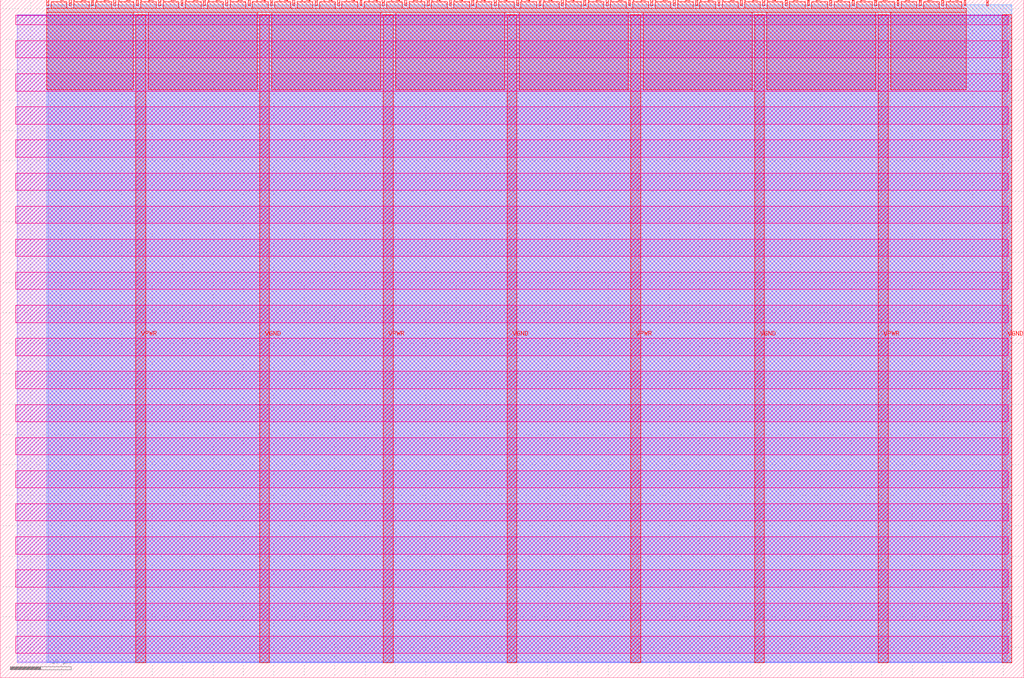
<source format=lef>
VERSION 5.7 ;
  NOWIREEXTENSIONATPIN ON ;
  DIVIDERCHAR "/" ;
  BUSBITCHARS "[]" ;
MACRO tt_um_ja_TrafficLight
  CLASS BLOCK ;
  FOREIGN tt_um_ja_TrafficLight ;
  ORIGIN 0.000 0.000 ;
  SIZE 168.360 BY 111.520 ;
  PIN VGND
    DIRECTION INOUT ;
    USE GROUND ;
    PORT
      LAYER met4 ;
        RECT 42.670 2.480 44.270 109.040 ;
    END
    PORT
      LAYER met4 ;
        RECT 83.380 2.480 84.980 109.040 ;
    END
    PORT
      LAYER met4 ;
        RECT 124.090 2.480 125.690 109.040 ;
    END
    PORT
      LAYER met4 ;
        RECT 164.800 2.480 166.400 109.040 ;
    END
  END VGND
  PIN VPWR
    DIRECTION INOUT ;
    USE POWER ;
    PORT
      LAYER met4 ;
        RECT 22.315 2.480 23.915 109.040 ;
    END
    PORT
      LAYER met4 ;
        RECT 63.025 2.480 64.625 109.040 ;
    END
    PORT
      LAYER met4 ;
        RECT 103.735 2.480 105.335 109.040 ;
    END
    PORT
      LAYER met4 ;
        RECT 144.445 2.480 146.045 109.040 ;
    END
  END VPWR
  PIN clk
    DIRECTION INPUT ;
    USE SIGNAL ;
    ANTENNAGATEAREA 0.852000 ;
    PORT
      LAYER met4 ;
        RECT 158.550 110.520 158.850 111.520 ;
    END
  END clk
  PIN ena
    DIRECTION INPUT ;
    USE SIGNAL ;
    PORT
      LAYER met4 ;
        RECT 162.230 110.520 162.530 111.520 ;
    END
  END ena
  PIN rst_n
    DIRECTION INPUT ;
    USE SIGNAL ;
    ANTENNAGATEAREA 0.213000 ;
    PORT
      LAYER met4 ;
        RECT 154.870 110.520 155.170 111.520 ;
    END
  END rst_n
  PIN ui_in[0]
    DIRECTION INPUT ;
    USE SIGNAL ;
    ANTENNAGATEAREA 0.213000 ;
    PORT
      LAYER met4 ;
        RECT 151.190 110.520 151.490 111.520 ;
    END
  END ui_in[0]
  PIN ui_in[1]
    DIRECTION INPUT ;
    USE SIGNAL ;
    PORT
      LAYER met4 ;
        RECT 147.510 110.520 147.810 111.520 ;
    END
  END ui_in[1]
  PIN ui_in[2]
    DIRECTION INPUT ;
    USE SIGNAL ;
    PORT
      LAYER met4 ;
        RECT 143.830 110.520 144.130 111.520 ;
    END
  END ui_in[2]
  PIN ui_in[3]
    DIRECTION INPUT ;
    USE SIGNAL ;
    PORT
      LAYER met4 ;
        RECT 140.150 110.520 140.450 111.520 ;
    END
  END ui_in[3]
  PIN ui_in[4]
    DIRECTION INPUT ;
    USE SIGNAL ;
    PORT
      LAYER met4 ;
        RECT 136.470 110.520 136.770 111.520 ;
    END
  END ui_in[4]
  PIN ui_in[5]
    DIRECTION INPUT ;
    USE SIGNAL ;
    PORT
      LAYER met4 ;
        RECT 132.790 110.520 133.090 111.520 ;
    END
  END ui_in[5]
  PIN ui_in[6]
    DIRECTION INPUT ;
    USE SIGNAL ;
    PORT
      LAYER met4 ;
        RECT 129.110 110.520 129.410 111.520 ;
    END
  END ui_in[6]
  PIN ui_in[7]
    DIRECTION INPUT ;
    USE SIGNAL ;
    PORT
      LAYER met4 ;
        RECT 125.430 110.520 125.730 111.520 ;
    END
  END ui_in[7]
  PIN uio_in[0]
    DIRECTION INPUT ;
    USE SIGNAL ;
    PORT
      LAYER met4 ;
        RECT 121.750 110.520 122.050 111.520 ;
    END
  END uio_in[0]
  PIN uio_in[1]
    DIRECTION INPUT ;
    USE SIGNAL ;
    PORT
      LAYER met4 ;
        RECT 118.070 110.520 118.370 111.520 ;
    END
  END uio_in[1]
  PIN uio_in[2]
    DIRECTION INPUT ;
    USE SIGNAL ;
    PORT
      LAYER met4 ;
        RECT 114.390 110.520 114.690 111.520 ;
    END
  END uio_in[2]
  PIN uio_in[3]
    DIRECTION INPUT ;
    USE SIGNAL ;
    PORT
      LAYER met4 ;
        RECT 110.710 110.520 111.010 111.520 ;
    END
  END uio_in[3]
  PIN uio_in[4]
    DIRECTION INPUT ;
    USE SIGNAL ;
    PORT
      LAYER met4 ;
        RECT 107.030 110.520 107.330 111.520 ;
    END
  END uio_in[4]
  PIN uio_in[5]
    DIRECTION INPUT ;
    USE SIGNAL ;
    PORT
      LAYER met4 ;
        RECT 103.350 110.520 103.650 111.520 ;
    END
  END uio_in[5]
  PIN uio_in[6]
    DIRECTION INPUT ;
    USE SIGNAL ;
    PORT
      LAYER met4 ;
        RECT 99.670 110.520 99.970 111.520 ;
    END
  END uio_in[6]
  PIN uio_in[7]
    DIRECTION INPUT ;
    USE SIGNAL ;
    PORT
      LAYER met4 ;
        RECT 95.990 110.520 96.290 111.520 ;
    END
  END uio_in[7]
  PIN uio_oe[0]
    DIRECTION OUTPUT TRISTATE ;
    USE SIGNAL ;
    PORT
      LAYER met4 ;
        RECT 33.430 110.520 33.730 111.520 ;
    END
  END uio_oe[0]
  PIN uio_oe[1]
    DIRECTION OUTPUT TRISTATE ;
    USE SIGNAL ;
    PORT
      LAYER met4 ;
        RECT 29.750 110.520 30.050 111.520 ;
    END
  END uio_oe[1]
  PIN uio_oe[2]
    DIRECTION OUTPUT TRISTATE ;
    USE SIGNAL ;
    PORT
      LAYER met4 ;
        RECT 26.070 110.520 26.370 111.520 ;
    END
  END uio_oe[2]
  PIN uio_oe[3]
    DIRECTION OUTPUT TRISTATE ;
    USE SIGNAL ;
    PORT
      LAYER met4 ;
        RECT 22.390 110.520 22.690 111.520 ;
    END
  END uio_oe[3]
  PIN uio_oe[4]
    DIRECTION OUTPUT TRISTATE ;
    USE SIGNAL ;
    PORT
      LAYER met4 ;
        RECT 18.710 110.520 19.010 111.520 ;
    END
  END uio_oe[4]
  PIN uio_oe[5]
    DIRECTION OUTPUT TRISTATE ;
    USE SIGNAL ;
    PORT
      LAYER met4 ;
        RECT 15.030 110.520 15.330 111.520 ;
    END
  END uio_oe[5]
  PIN uio_oe[6]
    DIRECTION OUTPUT TRISTATE ;
    USE SIGNAL ;
    PORT
      LAYER met4 ;
        RECT 11.350 110.520 11.650 111.520 ;
    END
  END uio_oe[6]
  PIN uio_oe[7]
    DIRECTION OUTPUT TRISTATE ;
    USE SIGNAL ;
    PORT
      LAYER met4 ;
        RECT 7.670 110.520 7.970 111.520 ;
    END
  END uio_oe[7]
  PIN uio_out[0]
    DIRECTION OUTPUT TRISTATE ;
    USE SIGNAL ;
    ANTENNADIFFAREA 0.795200 ;
    PORT
      LAYER met4 ;
        RECT 62.870 110.520 63.170 111.520 ;
    END
  END uio_out[0]
  PIN uio_out[1]
    DIRECTION OUTPUT TRISTATE ;
    USE SIGNAL ;
    ANTENNADIFFAREA 0.795200 ;
    PORT
      LAYER met4 ;
        RECT 59.190 110.520 59.490 111.520 ;
    END
  END uio_out[1]
  PIN uio_out[2]
    DIRECTION OUTPUT TRISTATE ;
    USE SIGNAL ;
    ANTENNADIFFAREA 0.795200 ;
    PORT
      LAYER met4 ;
        RECT 55.510 110.520 55.810 111.520 ;
    END
  END uio_out[2]
  PIN uio_out[3]
    DIRECTION OUTPUT TRISTATE ;
    USE SIGNAL ;
    PORT
      LAYER met4 ;
        RECT 51.830 110.520 52.130 111.520 ;
    END
  END uio_out[3]
  PIN uio_out[4]
    DIRECTION OUTPUT TRISTATE ;
    USE SIGNAL ;
    PORT
      LAYER met4 ;
        RECT 48.150 110.520 48.450 111.520 ;
    END
  END uio_out[4]
  PIN uio_out[5]
    DIRECTION OUTPUT TRISTATE ;
    USE SIGNAL ;
    PORT
      LAYER met4 ;
        RECT 44.470 110.520 44.770 111.520 ;
    END
  END uio_out[5]
  PIN uio_out[6]
    DIRECTION OUTPUT TRISTATE ;
    USE SIGNAL ;
    PORT
      LAYER met4 ;
        RECT 40.790 110.520 41.090 111.520 ;
    END
  END uio_out[6]
  PIN uio_out[7]
    DIRECTION OUTPUT TRISTATE ;
    USE SIGNAL ;
    PORT
      LAYER met4 ;
        RECT 37.110 110.520 37.410 111.520 ;
    END
  END uio_out[7]
  PIN uo_out[0]
    DIRECTION OUTPUT TRISTATE ;
    USE SIGNAL ;
    ANTENNADIFFAREA 0.445500 ;
    PORT
      LAYER met4 ;
        RECT 92.310 110.520 92.610 111.520 ;
    END
  END uo_out[0]
  PIN uo_out[1]
    DIRECTION OUTPUT TRISTATE ;
    USE SIGNAL ;
    ANTENNADIFFAREA 0.445500 ;
    PORT
      LAYER met4 ;
        RECT 88.630 110.520 88.930 111.520 ;
    END
  END uo_out[1]
  PIN uo_out[2]
    DIRECTION OUTPUT TRISTATE ;
    USE SIGNAL ;
    ANTENNADIFFAREA 0.445500 ;
    PORT
      LAYER met4 ;
        RECT 84.950 110.520 85.250 111.520 ;
    END
  END uo_out[2]
  PIN uo_out[3]
    DIRECTION OUTPUT TRISTATE ;
    USE SIGNAL ;
    PORT
      LAYER met4 ;
        RECT 81.270 110.520 81.570 111.520 ;
    END
  END uo_out[3]
  PIN uo_out[4]
    DIRECTION OUTPUT TRISTATE ;
    USE SIGNAL ;
    PORT
      LAYER met4 ;
        RECT 77.590 110.520 77.890 111.520 ;
    END
  END uo_out[4]
  PIN uo_out[5]
    DIRECTION OUTPUT TRISTATE ;
    USE SIGNAL ;
    PORT
      LAYER met4 ;
        RECT 73.910 110.520 74.210 111.520 ;
    END
  END uo_out[5]
  PIN uo_out[6]
    DIRECTION OUTPUT TRISTATE ;
    USE SIGNAL ;
    PORT
      LAYER met4 ;
        RECT 70.230 110.520 70.530 111.520 ;
    END
  END uo_out[6]
  PIN uo_out[7]
    DIRECTION OUTPUT TRISTATE ;
    USE SIGNAL ;
    PORT
      LAYER met4 ;
        RECT 66.550 110.520 66.850 111.520 ;
    END
  END uo_out[7]
  OBS
      LAYER nwell ;
        RECT 2.570 107.385 165.790 108.990 ;
        RECT 2.570 101.945 165.790 104.775 ;
        RECT 2.570 96.505 165.790 99.335 ;
        RECT 2.570 91.065 165.790 93.895 ;
        RECT 2.570 85.625 165.790 88.455 ;
        RECT 2.570 80.185 165.790 83.015 ;
        RECT 2.570 74.745 165.790 77.575 ;
        RECT 2.570 69.305 165.790 72.135 ;
        RECT 2.570 63.865 165.790 66.695 ;
        RECT 2.570 58.425 165.790 61.255 ;
        RECT 2.570 52.985 165.790 55.815 ;
        RECT 2.570 47.545 165.790 50.375 ;
        RECT 2.570 42.105 165.790 44.935 ;
        RECT 2.570 36.665 165.790 39.495 ;
        RECT 2.570 31.225 165.790 34.055 ;
        RECT 2.570 25.785 165.790 28.615 ;
        RECT 2.570 20.345 165.790 23.175 ;
        RECT 2.570 14.905 165.790 17.735 ;
        RECT 2.570 9.465 165.790 12.295 ;
        RECT 2.570 4.025 165.790 6.855 ;
      LAYER li1 ;
        RECT 2.760 2.635 165.600 108.885 ;
      LAYER met1 ;
        RECT 2.760 2.480 166.400 109.040 ;
      LAYER met2 ;
        RECT 7.910 2.535 166.370 110.685 ;
      LAYER met3 ;
        RECT 7.630 2.555 166.390 110.665 ;
      LAYER met4 ;
        RECT 8.370 110.120 10.950 111.170 ;
        RECT 12.050 110.120 14.630 111.170 ;
        RECT 15.730 110.120 18.310 111.170 ;
        RECT 19.410 110.120 21.990 111.170 ;
        RECT 23.090 110.120 25.670 111.170 ;
        RECT 26.770 110.120 29.350 111.170 ;
        RECT 30.450 110.120 33.030 111.170 ;
        RECT 34.130 110.120 36.710 111.170 ;
        RECT 37.810 110.120 40.390 111.170 ;
        RECT 41.490 110.120 44.070 111.170 ;
        RECT 45.170 110.120 47.750 111.170 ;
        RECT 48.850 110.120 51.430 111.170 ;
        RECT 52.530 110.120 55.110 111.170 ;
        RECT 56.210 110.120 58.790 111.170 ;
        RECT 59.890 110.120 62.470 111.170 ;
        RECT 63.570 110.120 66.150 111.170 ;
        RECT 67.250 110.120 69.830 111.170 ;
        RECT 70.930 110.120 73.510 111.170 ;
        RECT 74.610 110.120 77.190 111.170 ;
        RECT 78.290 110.120 80.870 111.170 ;
        RECT 81.970 110.120 84.550 111.170 ;
        RECT 85.650 110.120 88.230 111.170 ;
        RECT 89.330 110.120 91.910 111.170 ;
        RECT 93.010 110.120 95.590 111.170 ;
        RECT 96.690 110.120 99.270 111.170 ;
        RECT 100.370 110.120 102.950 111.170 ;
        RECT 104.050 110.120 106.630 111.170 ;
        RECT 107.730 110.120 110.310 111.170 ;
        RECT 111.410 110.120 113.990 111.170 ;
        RECT 115.090 110.120 117.670 111.170 ;
        RECT 118.770 110.120 121.350 111.170 ;
        RECT 122.450 110.120 125.030 111.170 ;
        RECT 126.130 110.120 128.710 111.170 ;
        RECT 129.810 110.120 132.390 111.170 ;
        RECT 133.490 110.120 136.070 111.170 ;
        RECT 137.170 110.120 139.750 111.170 ;
        RECT 140.850 110.120 143.430 111.170 ;
        RECT 144.530 110.120 147.110 111.170 ;
        RECT 148.210 110.120 150.790 111.170 ;
        RECT 151.890 110.120 154.470 111.170 ;
        RECT 155.570 110.120 158.150 111.170 ;
        RECT 7.655 109.440 158.865 110.120 ;
        RECT 7.655 96.735 21.915 109.440 ;
        RECT 24.315 96.735 42.270 109.440 ;
        RECT 44.670 96.735 62.625 109.440 ;
        RECT 65.025 96.735 82.980 109.440 ;
        RECT 85.380 96.735 103.335 109.440 ;
        RECT 105.735 96.735 123.690 109.440 ;
        RECT 126.090 96.735 144.045 109.440 ;
        RECT 146.445 96.735 158.865 109.440 ;
  END
END tt_um_ja_TrafficLight
END LIBRARY


</source>
